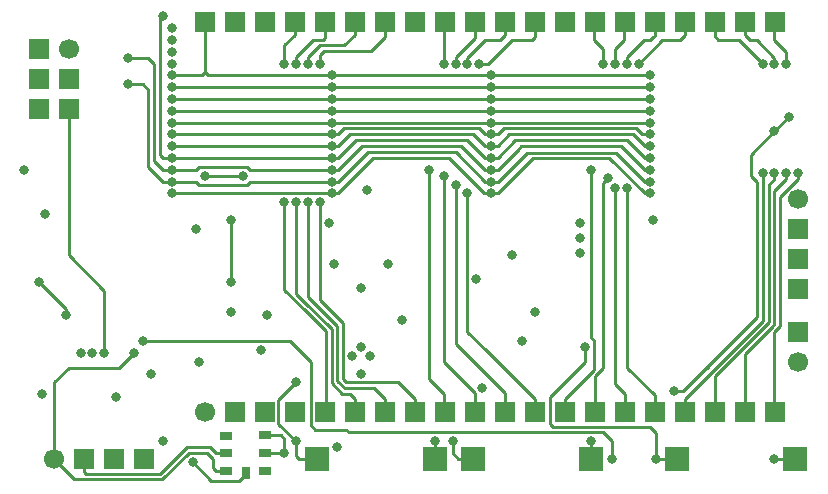
<source format=gbr>
G04 #@! TF.GenerationSoftware,KiCad,Pcbnew,(5.1.2-1)-1*
G04 #@! TF.CreationDate,2019-10-19T13:23:49+03:00*
G04 #@! TF.ProjectId,mag,6d61672e-6b69-4636-9164-5f7063625858,rev?*
G04 #@! TF.SameCoordinates,Original*
G04 #@! TF.FileFunction,Copper,L1,Top*
G04 #@! TF.FilePolarity,Positive*
%FSLAX46Y46*%
G04 Gerber Fmt 4.6, Leading zero omitted, Abs format (unit mm)*
G04 Created by KiCad (PCBNEW (5.1.2-1)-1) date 2019-10-19 13:23:49*
%MOMM*%
%LPD*%
G04 APERTURE LIST*
%ADD10C,1.700000*%
%ADD11R,1.700000X1.700000*%
%ADD12R,2.000000X2.000000*%
%ADD13R,1.000000X0.800000*%
%ADD14R,0.800000X1.000000*%
%ADD15C,0.800000*%
%ADD16C,0.250000*%
G04 APERTURE END LIST*
D10*
X117750000Y-75000000D03*
D11*
X120290000Y-75000000D03*
X122830000Y-75000000D03*
X125370000Y-75000000D03*
X127910000Y-75000000D03*
X130450000Y-75000000D03*
X132990000Y-75000000D03*
X135530000Y-75000000D03*
X138070000Y-75000000D03*
X140610000Y-75000000D03*
X143150000Y-75000000D03*
X145690000Y-75000000D03*
X148230000Y-75000000D03*
X150770000Y-75000000D03*
X153310000Y-75000000D03*
X155850000Y-75000000D03*
X158390000Y-75000000D03*
X160930000Y-75000000D03*
X163470000Y-75000000D03*
X166010000Y-75000000D03*
X117750000Y-41980000D03*
X120290000Y-41980000D03*
X122830000Y-41980000D03*
X125370000Y-41980000D03*
X127910000Y-41980000D03*
X130450000Y-41980000D03*
X132990000Y-41980000D03*
X135530000Y-41980000D03*
X138070000Y-41980000D03*
X140610000Y-41980000D03*
X143150000Y-41980000D03*
X145690000Y-41980000D03*
X148230000Y-41980000D03*
X150770000Y-41980000D03*
X153310000Y-41980000D03*
X155850000Y-41980000D03*
X158390000Y-41980000D03*
X160930000Y-41980000D03*
X163470000Y-41980000D03*
X166010000Y-41980000D03*
X112620000Y-79000000D03*
X110080000Y-79000000D03*
X107540000Y-79000000D03*
D10*
X105000000Y-79000000D03*
D12*
X167750000Y-79000000D03*
X157750000Y-79000000D03*
D13*
X122900000Y-76950000D03*
X122900000Y-78450000D03*
X119600000Y-77000000D03*
X119600000Y-78500000D03*
X119600000Y-80000000D03*
X122900000Y-80000000D03*
D14*
X121250000Y-80200000D03*
D11*
X168000000Y-64620000D03*
X168000000Y-62080000D03*
X168000000Y-59540000D03*
D10*
X168000000Y-57000000D03*
D11*
X168000000Y-68250000D03*
D10*
X168000000Y-70790000D03*
D12*
X140500000Y-79000000D03*
X150500000Y-79000000D03*
X137250000Y-79000000D03*
X127250000Y-79000000D03*
D10*
X106250000Y-44250000D03*
D11*
X106250000Y-46790000D03*
X106250000Y-49330000D03*
X103710000Y-44250000D03*
X103710000Y-46790000D03*
X103710000Y-49330000D03*
D15*
X117750000Y-55000000D03*
X121000000Y-55000000D03*
X115000000Y-42500000D03*
X115000000Y-43500000D03*
X115000000Y-44500000D03*
X115000000Y-45500000D03*
X142000000Y-47500000D03*
X128500000Y-47500000D03*
X115000000Y-47500000D03*
X155500000Y-47500000D03*
X142000000Y-48500000D03*
X128500000Y-48500000D03*
X115000000Y-48500000D03*
X155500000Y-48500000D03*
X142000000Y-49500000D03*
X128500000Y-49500000D03*
X115000000Y-49500000D03*
X155500000Y-49500000D03*
X142000000Y-50500000D03*
X128500000Y-50500000D03*
X115000000Y-50500000D03*
X155500000Y-50500000D03*
X142000000Y-51500000D03*
X128500000Y-51500000D03*
X115000000Y-51500000D03*
X155500000Y-51500000D03*
X142000000Y-52500000D03*
X128500000Y-52500000D03*
X115000000Y-52500000D03*
X155500000Y-52500000D03*
X142000000Y-53500000D03*
X128500000Y-53500000D03*
X115000000Y-53500000D03*
X155500000Y-53500000D03*
X114250000Y-41500000D03*
X155500000Y-54500000D03*
X115000000Y-54500000D03*
X128500000Y-54500000D03*
X142000000Y-54500000D03*
X111250000Y-45000000D03*
X142000000Y-55500000D03*
X128500000Y-55500000D03*
X115000000Y-55500000D03*
X155500000Y-55500000D03*
X111250000Y-47250000D03*
X138750000Y-77500000D03*
X125500000Y-77500000D03*
X125500000Y-72500000D03*
X111750000Y-70000000D03*
X131000000Y-71750000D03*
X130250000Y-70250000D03*
X109250000Y-70000000D03*
X124500000Y-57250000D03*
X125500000Y-57250000D03*
X126500000Y-57250000D03*
X127500000Y-57250000D03*
X127500000Y-45500000D03*
X126500000Y-45500000D03*
X125500000Y-45500000D03*
X124500000Y-45500000D03*
X138000000Y-45500000D03*
X139000000Y-45500000D03*
X140000000Y-45500000D03*
X141000000Y-45500000D03*
X140000000Y-56500000D03*
X139000000Y-55750000D03*
X138030154Y-55030154D03*
X136750000Y-54550002D03*
X150500000Y-54550002D03*
X151945299Y-55167948D03*
X152500000Y-56000000D03*
X153500000Y-56025306D03*
X154500000Y-45500000D03*
X153500000Y-45500000D03*
X152500000Y-45500000D03*
X151500000Y-45500000D03*
X165000000Y-45500000D03*
X166000000Y-45500000D03*
X167000000Y-45500000D03*
X168000000Y-54750000D03*
X166000000Y-51250000D03*
X167250000Y-50000000D03*
X157500000Y-73250000D03*
X167000000Y-54750000D03*
X166000000Y-54750000D03*
X165000000Y-54750000D03*
X117000000Y-59500000D03*
X102500000Y-54500000D03*
X131500000Y-56250000D03*
X128750000Y-62500000D03*
X104000000Y-73500000D03*
X120000000Y-66500000D03*
X122500000Y-69750000D03*
X104250000Y-58250000D03*
X144599980Y-69000000D03*
X120000000Y-64000000D03*
X120000000Y-58750000D03*
X142000000Y-46500000D03*
X128500000Y-46500000D03*
X115000000Y-46500000D03*
X155500000Y-46500000D03*
X137250000Y-77500000D03*
X150500000Y-77500000D03*
X103750000Y-64000000D03*
X106000000Y-66750000D03*
X166000000Y-79000000D03*
X149500000Y-59000000D03*
X155750000Y-58750000D03*
X143750000Y-61750000D03*
X140750000Y-63750000D03*
X134500000Y-67250000D03*
X133263212Y-62457060D03*
X129000000Y-78000000D03*
X128250000Y-59000000D03*
X117250000Y-70750000D03*
X110250000Y-73750000D03*
X131000000Y-64500000D03*
X131750000Y-70250000D03*
X123000000Y-66750000D03*
X141250000Y-73000000D03*
X116750000Y-79250000D03*
X108250000Y-70000000D03*
X149500000Y-60275000D03*
X107250000Y-70000000D03*
X149500000Y-61500000D03*
X124500000Y-78500000D03*
X114250000Y-77500000D03*
X113250000Y-71750000D03*
X131000000Y-69500000D03*
X145750000Y-66500000D03*
X149963342Y-69518329D03*
X156000000Y-79000000D03*
X142000000Y-56500000D03*
X128500000Y-56500000D03*
X115000000Y-56500000D03*
X155500000Y-56500000D03*
X112500000Y-69000000D03*
X152250000Y-79000000D03*
D16*
X121000000Y-55000000D02*
X117750000Y-55000000D01*
X115000000Y-47500000D02*
X128500000Y-47500000D01*
X155500000Y-47500000D02*
X142000000Y-47500000D01*
X142000000Y-47500000D02*
X128500000Y-47500000D01*
X128500000Y-48500000D02*
X115000000Y-48500000D01*
X155500000Y-48500000D02*
X142000000Y-48500000D01*
X142000000Y-48500000D02*
X128500000Y-48500000D01*
X115000000Y-49500000D02*
X128500000Y-49500000D01*
X155500000Y-49500000D02*
X142000000Y-49500000D01*
X142000000Y-49500000D02*
X128500000Y-49500000D01*
X128500000Y-50500000D02*
X115000000Y-50500000D01*
X155500000Y-50500000D02*
X142000000Y-50500000D01*
X142000000Y-50500000D02*
X128500000Y-50500000D01*
X115000000Y-51500000D02*
X128500000Y-51500000D01*
X142565685Y-51500000D02*
X142000000Y-51500000D01*
X143065684Y-51000000D02*
X142565685Y-51500000D01*
X154250000Y-51000000D02*
X143065684Y-51000000D01*
X154750000Y-51500000D02*
X154250000Y-51000000D01*
X155500000Y-51500000D02*
X154750000Y-51500000D01*
X129065685Y-51500000D02*
X128500000Y-51500000D01*
X129565686Y-51000000D02*
X129065685Y-51500000D01*
X141000000Y-51000000D02*
X129565686Y-51000000D01*
X141500000Y-51500000D02*
X141000000Y-51000000D01*
X142000000Y-51500000D02*
X141500000Y-51500000D01*
X115500000Y-52500000D02*
X115000000Y-52500000D01*
X128500000Y-52500000D02*
X115500000Y-52500000D01*
X142565685Y-52500000D02*
X142000000Y-52500000D01*
X143565684Y-51500000D02*
X142565685Y-52500000D01*
X154000000Y-51500000D02*
X143565684Y-51500000D01*
X155000000Y-52500000D02*
X154000000Y-51500000D01*
X155500000Y-52500000D02*
X155000000Y-52500000D01*
X130065684Y-51500000D02*
X129065685Y-52500000D01*
X129065685Y-52500000D02*
X128500000Y-52500000D01*
X140500000Y-51500000D02*
X130065684Y-51500000D01*
X141500000Y-52500000D02*
X140500000Y-51500000D01*
X142000000Y-52500000D02*
X141500000Y-52500000D01*
X115565685Y-53500000D02*
X128500000Y-53500000D01*
X115000000Y-53500000D02*
X115565685Y-53500000D01*
X114250000Y-53500000D02*
X115000000Y-53500000D01*
X114000000Y-53250000D02*
X114000000Y-41750000D01*
X114000000Y-41750000D02*
X114250000Y-41500000D01*
X114000000Y-53250000D02*
X114250000Y-53500000D01*
X142565685Y-53500000D02*
X142000000Y-53500000D01*
X153500000Y-52000000D02*
X144065684Y-52000000D01*
X144065684Y-52000000D02*
X142565685Y-53500000D01*
X155000000Y-53500000D02*
X153500000Y-52000000D01*
X155500000Y-53500000D02*
X155000000Y-53500000D01*
X129065685Y-53500000D02*
X128500000Y-53500000D01*
X130565684Y-52000000D02*
X129065685Y-53500000D01*
X140000000Y-52000000D02*
X130565684Y-52000000D01*
X141500000Y-53500000D02*
X140000000Y-52000000D01*
X142000000Y-53500000D02*
X141500000Y-53500000D01*
X121573002Y-54500000D02*
X122000000Y-54500000D01*
X122000000Y-54500000D02*
X128500000Y-54500000D01*
X121323002Y-54250000D02*
X121573002Y-54500000D01*
X117250000Y-54250000D02*
X121323002Y-54250000D01*
X117000000Y-54500000D02*
X117250000Y-54250000D01*
X115000000Y-54500000D02*
X117000000Y-54500000D01*
X114250000Y-54500000D02*
X115000000Y-54500000D01*
X113750000Y-54000000D02*
X113500000Y-53750000D01*
X113750000Y-54000000D02*
X114250000Y-54500000D01*
X113500000Y-53750000D02*
X113500000Y-51500000D01*
X113500000Y-51500000D02*
X113500000Y-50750000D01*
X113500000Y-50750000D02*
X113500000Y-46500000D01*
X113500000Y-46500000D02*
X113500000Y-46250000D01*
X113500000Y-46250000D02*
X113500000Y-45500000D01*
X113000000Y-45000000D02*
X111250000Y-45000000D01*
X113500000Y-45500000D02*
X113000000Y-45000000D01*
X155000000Y-54500000D02*
X155500000Y-54500000D01*
X142000000Y-54500000D02*
X142565685Y-54500000D01*
X154250000Y-53750000D02*
X155000000Y-54500000D01*
X154250000Y-53750000D02*
X153750000Y-53250000D01*
X153750000Y-53250000D02*
X153500000Y-53000000D01*
X144565684Y-52500000D02*
X144282842Y-52782842D01*
X153000000Y-52500000D02*
X144565684Y-52500000D01*
X153750000Y-53250000D02*
X153000000Y-52500000D01*
X142565685Y-54500000D02*
X144282842Y-52782842D01*
X129065685Y-54500000D02*
X128500000Y-54500000D01*
X139500000Y-52500000D02*
X131065684Y-52500000D01*
X141500000Y-54500000D02*
X139500000Y-52500000D01*
X131065684Y-52500000D02*
X129065685Y-54500000D01*
X142000000Y-54500000D02*
X141500000Y-54500000D01*
X121750000Y-55500000D02*
X128500000Y-55500000D01*
X121573002Y-55500000D02*
X121750000Y-55500000D01*
X121323002Y-55750000D02*
X121573002Y-55500000D01*
X117250000Y-55750000D02*
X121323002Y-55750000D01*
X117000000Y-55500000D02*
X117250000Y-55750000D01*
X115000000Y-55500000D02*
X117000000Y-55500000D01*
X114250000Y-55500000D02*
X115000000Y-55500000D01*
X113250000Y-54500000D02*
X114250000Y-55500000D01*
X113000000Y-54250000D02*
X113250000Y-54500000D01*
X113000000Y-48000000D02*
X113000000Y-47750000D01*
X113000000Y-48000000D02*
X113000000Y-54250000D01*
X112500000Y-47250000D02*
X111250000Y-47250000D01*
X113000000Y-47750000D02*
X112500000Y-47250000D01*
X145015694Y-53049990D02*
X142565685Y-55500000D01*
X142565685Y-55500000D02*
X142000000Y-55500000D01*
X152549990Y-53049990D02*
X145015694Y-53049990D01*
X155000000Y-55500000D02*
X152549990Y-53049990D01*
X155500000Y-55500000D02*
X155000000Y-55500000D01*
X129065685Y-55500000D02*
X128500000Y-55500000D01*
X131565684Y-53000000D02*
X129065685Y-55500000D01*
X139000000Y-53000000D02*
X131565684Y-53000000D01*
X141500000Y-55500000D02*
X139000000Y-53000000D01*
X142000000Y-55500000D02*
X141500000Y-55500000D01*
X138750000Y-77500000D02*
X138750000Y-78065685D01*
X138750000Y-78500000D02*
X138750000Y-78065685D01*
X139250000Y-79000000D02*
X138750000Y-78500000D01*
X140500000Y-79000000D02*
X139250000Y-79000000D01*
X125500000Y-77500000D02*
X125500000Y-78750000D01*
X125500000Y-78750000D02*
X125750000Y-79000000D01*
X125750000Y-79000000D02*
X127250000Y-79000000D01*
X125500000Y-72500000D02*
X124005001Y-73994999D01*
X124005001Y-76005001D02*
X125500000Y-77500000D01*
X124005001Y-73994999D02*
X124005001Y-76005001D01*
X105000000Y-79000000D02*
X105000000Y-72500000D01*
X105000000Y-72500000D02*
X106250000Y-71250000D01*
X110500000Y-71250000D02*
X111750000Y-70000000D01*
X106250000Y-71250000D02*
X110500000Y-71250000D01*
X118500000Y-79750000D02*
X118750000Y-80000000D01*
X118750000Y-80000000D02*
X119600000Y-80000000D01*
X118500000Y-79000000D02*
X118500000Y-79750000D01*
X117943205Y-78443205D02*
X118500000Y-79000000D01*
X116443205Y-78443205D02*
X117943205Y-78443205D01*
X114186400Y-80700010D02*
X116443205Y-78443205D01*
X106700010Y-80700010D02*
X114186400Y-80700010D01*
X105000000Y-79000000D02*
X106700010Y-80700010D01*
X118750000Y-78500000D02*
X119600000Y-78500000D01*
X116256805Y-77993195D02*
X118243195Y-77993195D01*
X118243195Y-77993195D02*
X118750000Y-78500000D01*
X114000000Y-80250000D02*
X116256805Y-77993195D01*
X107690000Y-80250000D02*
X114000000Y-80250000D01*
X107540000Y-80100000D02*
X107690000Y-80250000D01*
X107540000Y-79000000D02*
X107540000Y-80100000D01*
X106250000Y-61750000D02*
X106250000Y-49330000D01*
X109250000Y-64750000D02*
X106250000Y-61750000D01*
X109250000Y-70000000D02*
X109250000Y-64750000D01*
X124500000Y-57250000D02*
X124500000Y-64636410D01*
X126306795Y-66443205D02*
X127181795Y-67318205D01*
X124500000Y-64636410D02*
X126306795Y-66443205D01*
X126306795Y-66443205D02*
X126500000Y-66636410D01*
X127181795Y-67318205D02*
X128000000Y-68136410D01*
X128000000Y-68136410D02*
X128000000Y-75000000D01*
X125500000Y-57250000D02*
X125500000Y-65000000D01*
X125500000Y-65000000D02*
X126250000Y-65750000D01*
X126250000Y-65750000D02*
X126000000Y-65500000D01*
X128500000Y-68000000D02*
X128250000Y-67750000D01*
X128500000Y-72522820D02*
X128500000Y-68000000D01*
X129450010Y-73450010D02*
X129427189Y-73450009D01*
X128250000Y-67750000D02*
X126250000Y-65750000D01*
X129427189Y-73450009D02*
X128500000Y-72522820D01*
X129500000Y-73500000D02*
X129450010Y-73450010D01*
X130050000Y-73500000D02*
X129500000Y-73500000D01*
X130450000Y-73900000D02*
X130050000Y-73500000D01*
X130450000Y-75000000D02*
X130450000Y-73900000D01*
X129000000Y-67750000D02*
X126500000Y-65250000D01*
X129000000Y-72386410D02*
X129000000Y-67750000D01*
X129613590Y-73000000D02*
X129000000Y-72386410D01*
X132990000Y-73900000D02*
X132090000Y-73000000D01*
X126500000Y-65250000D02*
X126500000Y-57250000D01*
X132090000Y-73000000D02*
X129613590Y-73000000D01*
X132990000Y-75000000D02*
X132990000Y-73900000D01*
X127500000Y-65500000D02*
X127500000Y-57250000D01*
X135530000Y-73900000D02*
X134130000Y-72500000D01*
X135530000Y-75000000D02*
X135530000Y-73900000D01*
X134130000Y-72500000D02*
X129750000Y-72500000D01*
X129750000Y-72500000D02*
X129500000Y-72250000D01*
X129500000Y-67500000D02*
X129000000Y-67000000D01*
X129500000Y-72250000D02*
X129500000Y-67500000D01*
X129000000Y-67000000D02*
X127500000Y-65500000D01*
X127500000Y-45500000D02*
X127500000Y-44750000D01*
X127500000Y-44750000D02*
X127750000Y-44500000D01*
X127750000Y-44500000D02*
X127849980Y-44400020D01*
X127849980Y-44400020D02*
X131849980Y-44400020D01*
X131849980Y-44400020D02*
X133000000Y-43250000D01*
X133000000Y-43250000D02*
X133000000Y-42000000D01*
X129579990Y-43950010D02*
X130450000Y-43080000D01*
X130450000Y-43080000D02*
X130450000Y-41980000D01*
X127484305Y-43950010D02*
X129579990Y-43950010D01*
X126500000Y-44934315D02*
X127484305Y-43950010D01*
X126500000Y-45500000D02*
X126500000Y-44934315D01*
X127910000Y-43340000D02*
X127750000Y-43500000D01*
X127910000Y-41980000D02*
X127910000Y-43340000D01*
X126934315Y-43500000D02*
X127250000Y-43500000D01*
X125500000Y-44934315D02*
X126934315Y-43500000D01*
X125500000Y-45500000D02*
X125500000Y-44934315D01*
X127250000Y-43500000D02*
X127750000Y-43500000D01*
X124500000Y-45500000D02*
X124500000Y-44250000D01*
X124500000Y-43950000D02*
X124500000Y-44250000D01*
X125370000Y-43080000D02*
X124500000Y-43950000D01*
X125370000Y-41980000D02*
X125370000Y-43080000D01*
X138070000Y-45430000D02*
X138000000Y-45500000D01*
X138000000Y-45500000D02*
X138000000Y-44934315D01*
X138000000Y-44934315D02*
X138000000Y-42000000D01*
X139000000Y-45500000D02*
X139000000Y-44934315D01*
X140610000Y-41980000D02*
X140610000Y-43324316D01*
X140467158Y-43467158D02*
X140500000Y-43434315D01*
X140610000Y-43324316D02*
X140467158Y-43467158D01*
X139000000Y-44934315D02*
X140467158Y-43467158D01*
X140000000Y-45000000D02*
X140000000Y-45500000D01*
X141500000Y-43500000D02*
X140000000Y-45000000D01*
X142750000Y-43500000D02*
X141500000Y-43500000D01*
X143150000Y-43100000D02*
X142750000Y-43500000D01*
X143150000Y-41980000D02*
X143150000Y-43100000D01*
X141000000Y-45500000D02*
X141750000Y-45500000D01*
X141750000Y-45500000D02*
X143750000Y-43500000D01*
X143750000Y-43500000D02*
X145500000Y-43500000D01*
X145500000Y-43500000D02*
X145750000Y-43250000D01*
X145750000Y-43250000D02*
X145750000Y-42000000D01*
X145690000Y-75000000D02*
X145690000Y-73900000D01*
X142770000Y-70980000D02*
X142290000Y-70500000D01*
X145690000Y-73900000D02*
X142770000Y-70980000D01*
X140000000Y-68210000D02*
X141645000Y-69855000D01*
X140000000Y-56500000D02*
X140000000Y-68210000D01*
X141645000Y-69855000D02*
X142770000Y-70980000D01*
X139000000Y-55750000D02*
X139000000Y-69250000D01*
X139000000Y-69250000D02*
X143150000Y-73400000D01*
X143150000Y-75000000D02*
X143150000Y-73400000D01*
X138000000Y-70750000D02*
X140610000Y-73360000D01*
X138030154Y-55030154D02*
X138000000Y-55060308D01*
X138000000Y-55060308D02*
X138000000Y-70750000D01*
X140610000Y-75000000D02*
X140610000Y-73360000D01*
X136750000Y-72250000D02*
X138000000Y-73500000D01*
X138000000Y-73500000D02*
X138000000Y-75000000D01*
X136750000Y-54550002D02*
X136750000Y-72250000D01*
X150688343Y-71441657D02*
X150190000Y-71940000D01*
X150688343Y-69688343D02*
X150688343Y-71441657D01*
X148230000Y-75000000D02*
X148230000Y-73900000D01*
X150688343Y-69688343D02*
X150688343Y-70061657D01*
X148230000Y-73900000D02*
X150190000Y-71940000D01*
X150500000Y-68750000D02*
X150688343Y-68938343D01*
X150688343Y-68938343D02*
X150688343Y-69688343D01*
X150500000Y-56750000D02*
X150500000Y-68750000D01*
X150500000Y-54550002D02*
X150500000Y-55250000D01*
X150500000Y-55250000D02*
X150500000Y-56750000D01*
X150500000Y-54750000D02*
X150500000Y-55250000D01*
X150770000Y-72270000D02*
X150770000Y-75000000D01*
X150770000Y-71996410D02*
X150770000Y-72270000D01*
X151500000Y-71266410D02*
X151383205Y-71383205D01*
X151383205Y-71383205D02*
X151258205Y-71508205D01*
X151133205Y-71633205D02*
X150770000Y-71996410D01*
X151258205Y-71508205D02*
X151133205Y-71633205D01*
X151512653Y-71253757D02*
X151383205Y-71383205D01*
X151512653Y-56737347D02*
X151512653Y-55600594D01*
X151512653Y-55600594D02*
X151945299Y-55167948D01*
X151512653Y-56737347D02*
X151512653Y-71253757D01*
X153310000Y-75000000D02*
X153310000Y-73810000D01*
X153310000Y-73440000D02*
X153310000Y-75000000D01*
X152500000Y-72630000D02*
X153310000Y-73440000D01*
X152500000Y-56000000D02*
X152500000Y-72630000D01*
X155850000Y-73600000D02*
X155850000Y-75000000D01*
X153500000Y-71250000D02*
X155850000Y-73600000D01*
X153500000Y-56025306D02*
X153500000Y-71250000D01*
X158390000Y-43110000D02*
X158390000Y-41980000D01*
X158000000Y-43500000D02*
X158390000Y-43110000D01*
X156500000Y-43500000D02*
X158000000Y-43500000D01*
X154500000Y-45500000D02*
X156500000Y-43500000D01*
X153500000Y-44934315D02*
X154934315Y-43500000D01*
X153500000Y-45500000D02*
X153500000Y-44934315D01*
X154934315Y-43500000D02*
X155500000Y-43500000D01*
X155500000Y-43500000D02*
X155750000Y-43250000D01*
X155850000Y-43150000D02*
X155500000Y-43500000D01*
X155850000Y-41980000D02*
X155850000Y-43150000D01*
X153250000Y-43500000D02*
X153250000Y-42000000D01*
X152500000Y-44250000D02*
X153250000Y-43500000D01*
X152500000Y-45500000D02*
X152500000Y-44250000D01*
X151500000Y-45500000D02*
X151500000Y-44250000D01*
X151500000Y-44250000D02*
X150750000Y-43500000D01*
X150750000Y-43500000D02*
X150750000Y-42250000D01*
X163000000Y-43500000D02*
X165000000Y-45500000D01*
X161250000Y-43500000D02*
X163000000Y-43500000D01*
X160930000Y-43180000D02*
X161250000Y-43500000D01*
X160930000Y-41980000D02*
X160930000Y-43180000D01*
X166000000Y-45500000D02*
X166000000Y-45000000D01*
X163470000Y-41980000D02*
X163470000Y-43080000D01*
X163890000Y-43500000D02*
X164500000Y-43500000D01*
X163470000Y-43080000D02*
X163890000Y-43500000D01*
X166000000Y-45000000D02*
X164500000Y-43500000D01*
X167000000Y-45500000D02*
X167000000Y-44934315D01*
X167000000Y-44934315D02*
X167000000Y-44500000D01*
X167000000Y-44500000D02*
X166000000Y-43500000D01*
X166000000Y-43500000D02*
X166000000Y-42000000D01*
X166500000Y-67750000D02*
X166000000Y-68250000D01*
X166500000Y-56815685D02*
X166500000Y-67750000D01*
X166000000Y-68250000D02*
X166000000Y-75000000D01*
X168000000Y-55315685D02*
X166500000Y-56815685D01*
X168000000Y-54750000D02*
X168000000Y-55315685D01*
X166000000Y-51250000D02*
X167250000Y-50000000D01*
X164000000Y-55000000D02*
X164500000Y-55500000D01*
X166000000Y-51250000D02*
X164000000Y-53250000D01*
X164000000Y-53250000D02*
X164000000Y-55000000D01*
X164500000Y-55500000D02*
X164500000Y-67000000D01*
X161250000Y-70250000D02*
X158250000Y-73250000D01*
X164500000Y-67000000D02*
X161250000Y-70250000D01*
X161250000Y-70250000D02*
X160250000Y-71250000D01*
X158250000Y-73250000D02*
X157500000Y-73250000D01*
X163470000Y-75000000D02*
X163470000Y-70092820D01*
X164656410Y-68906410D02*
X164250000Y-69312820D01*
X163470000Y-70092820D02*
X164656410Y-68906410D01*
X165781410Y-67781410D02*
X164656410Y-68906410D01*
X166000000Y-67562820D02*
X165781410Y-67781410D01*
X166000000Y-56315685D02*
X166000000Y-67562820D01*
X167000000Y-55315685D02*
X166000000Y-56315685D01*
X167000000Y-54750000D02*
X167000000Y-55315685D01*
X161000000Y-71926410D02*
X161000000Y-75000000D01*
X165500000Y-67426410D02*
X161000000Y-71926410D01*
X165500000Y-55815685D02*
X165500000Y-67426410D01*
X166000000Y-55315685D02*
X165500000Y-55815685D01*
X166000000Y-54750000D02*
X166000000Y-55315685D01*
X158390000Y-73900000D02*
X158390000Y-75000000D01*
X165000000Y-54750000D02*
X165000000Y-67290000D01*
X165000000Y-67290000D02*
X158390000Y-73900000D01*
X115000000Y-46500000D02*
X115565685Y-46500000D01*
X128500000Y-46500000D02*
X142000000Y-46500000D01*
X142565685Y-46500000D02*
X155500000Y-46500000D01*
X142000000Y-46500000D02*
X142565685Y-46500000D01*
X137250000Y-79000000D02*
X137250000Y-77500000D01*
X150500000Y-79000000D02*
X150500000Y-77500000D01*
X117750000Y-46250000D02*
X117500000Y-46500000D01*
X115565685Y-46500000D02*
X117500000Y-46500000D01*
X117750000Y-46250000D02*
X118000000Y-46500000D01*
X117750000Y-46000000D02*
X117750000Y-46250000D01*
X118000000Y-46500000D02*
X128500000Y-46500000D01*
X117750000Y-41980000D02*
X117750000Y-46000000D01*
X120000000Y-64000000D02*
X120000000Y-58750000D01*
X106000000Y-66250000D02*
X106000000Y-66750000D01*
X103750000Y-64000000D02*
X106000000Y-66250000D01*
X167750000Y-79000000D02*
X166000000Y-79000000D01*
X118324990Y-80824990D02*
X116750000Y-79250000D01*
X121250000Y-80250000D02*
X120675010Y-80824990D01*
X120675010Y-80824990D02*
X118324990Y-80824990D01*
X121250000Y-80200000D02*
X121250000Y-80250000D01*
X124500000Y-78500000D02*
X123000000Y-78500000D01*
X124500000Y-77934315D02*
X124500000Y-78500000D01*
X124500000Y-77250000D02*
X124500000Y-77934315D01*
X124200000Y-76950000D02*
X124500000Y-77250000D01*
X122900000Y-76950000D02*
X124200000Y-76950000D01*
X157750000Y-79000000D02*
X156500000Y-79000000D01*
X147250000Y-76250000D02*
X147000000Y-76000000D01*
X147000000Y-76000000D02*
X147000000Y-74000000D01*
X147000000Y-74000000D02*
X147000000Y-73750000D01*
X149963342Y-70786658D02*
X149963342Y-69518329D01*
X147000000Y-73750000D02*
X149963342Y-70786658D01*
X156000000Y-79000000D02*
X156500000Y-79000000D01*
X156000000Y-79000000D02*
X156000000Y-76750000D01*
X156000000Y-76750000D02*
X155500000Y-76250000D01*
X155500000Y-76250000D02*
X147250000Y-76250000D01*
X122250000Y-56500000D02*
X128500000Y-56500000D01*
X122250000Y-56500000D02*
X122500000Y-56500000D01*
X115000000Y-56500000D02*
X122250000Y-56500000D01*
X141434315Y-56500000D02*
X142000000Y-56500000D01*
X128500000Y-56500000D02*
X129065685Y-56500000D01*
X142565685Y-56500000D02*
X142000000Y-56500000D01*
X145565684Y-53500000D02*
X142565685Y-56500000D01*
X152000000Y-53500000D02*
X145565684Y-53500000D01*
X155000000Y-56500000D02*
X152000000Y-53500000D01*
X155500000Y-56500000D02*
X155000000Y-56500000D01*
X138467158Y-53532842D02*
X132032842Y-53532842D01*
X129065685Y-56500000D02*
X132032842Y-53532842D01*
X138467158Y-53532842D02*
X141434315Y-56500000D01*
X112500000Y-69000000D02*
X125000000Y-69000000D01*
X126734999Y-70734999D02*
X126734999Y-73889999D01*
X125000000Y-69000000D02*
X126734999Y-70734999D01*
X126734999Y-76110001D02*
X127124998Y-76500000D01*
X126734999Y-73889999D02*
X126734999Y-76110001D01*
X127124998Y-76500000D02*
X129750000Y-76500000D01*
X129950010Y-76700010D02*
X151450010Y-76700010D01*
X129750000Y-76500000D02*
X129950010Y-76700010D01*
X152250000Y-77500000D02*
X152250000Y-79000000D01*
X151450010Y-76700010D02*
X152250000Y-77500000D01*
M02*

</source>
